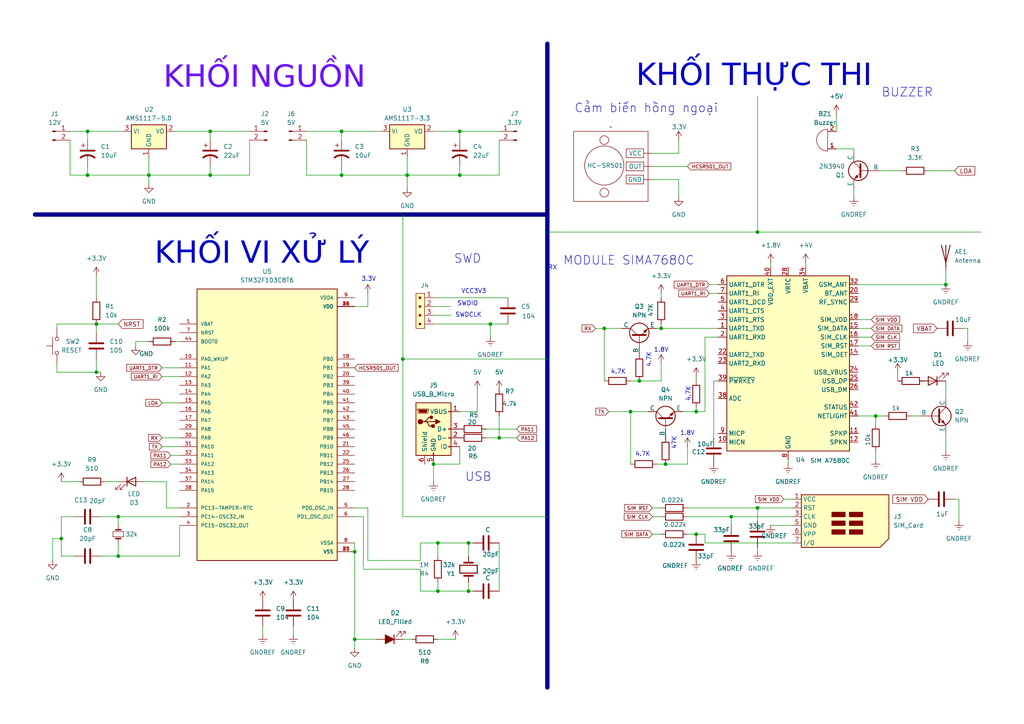
<source format=kicad_sch>
(kicad_sch (version 20231120) (generator "eeschema") (generator_version "8.0")
  (paper "A4")
  (title_block (title "Hệ thống chống trộm") (date "2024-12-09") (comment 1 "Approved by: Lưu Thị Hoài Phương") (comment 2 "Checked by: Tô Kì Anh") (comment 3 "Design by:Nguyễn Lê Hoàng Phúc"))
  (lib_symbols
    (symbol "Connector:Conn_01x02_Pin" (pin_names (offset 1.016) hide)
      (property "Reference" "J" (at 0 2.54 0))
      (property "Value" "Conn_01x02_Pin" (at 0 -5.08 0))
      (symbol "Conn_01x02_Pin_1_1"
        (pin passive line (at 5.08 0 180) (length 3.81) (name "Pin_1") (number "1"))
        (pin passive line (at 5.08 -2.54 180) (length 3.81) (name "Pin_2") (number "2"))
      )
    )
    (symbol "Connector:SIM_Card"
      (property "Reference" "J" (at -2.54 12.7 0))
      (property "Value" "SIM_Card" (at -1.27 10.16 0))
      (symbol "SIM_Card_1_1"
        (pin power_in line (at -12.7 7.62 0) (length 2.54) (name "VCC") (number "1"))
        (pin input line (at -12.7 5.08 0) (length 2.54) (name "RST") (number "2"))
        (pin input line (at -12.7 2.54 0) (length 2.54) (name "CLK") (number "3"))
        (pin power_in line (at -12.7 0 0) (length 2.54) (name "GND") (number "5"))
        (pin input line (at -12.7 -2.54 0) (length 2.54) (name "VPP") (number "6"))
        (pin bidirectional line (at -12.7 -5.08 0) (length 2.54) (name "I/O") (number "7"))
      )
    )
    (symbol "Connector:USB_B_Micro" (pin_names (offset 1.016))
      (property "Reference" "J" (at -5.08 11.43 0))
      (property "Value" "USB_B_Micro" (at -5.08 8.89 0))
      (symbol "USB_B_Micro_1_1"
        (pin power_out line (at 7.62 5.08 180) (length 2.54) (name "VBUS") (number "1"))
        (pin bidirectional line (at 7.62 -2.54 180) (length 2.54) (name "D-") (number "2"))
        (pin bidirectional line (at 7.62 0 180) (length 2.54) (name "D+") (number "3"))
        (pin passive line (at 7.62 -5.08 180) (length 2.54) (name "ID") (number "4"))
        (pin power_out line (at 0 -10.16 90) (length 2.54) (name "GND") (number "5"))
        (pin passive line (at -2.54 -10.16 90) (length 2.54) (name "Shield") (number "6"))
      )
    )
    (symbol "Device:Antenna" (pin_numbers hide) (pin_names (offset 1.016) hide)
      (property "Reference" "AE" (at -1.905 1.905 0))
      (property "Value" "Antenna" (at -1.905 0 0))
      (symbol "Antenna_1_1"
        (pin input line (at 0 -5.08 90) (length 2.54) (name "A") (number "1"))
      )
    )
    (symbol "Device:Buzzer" (pin_names (offset 0.0254) hide)
      (property "Reference" "BZ" (at 3.81 1.27 0))
      (property "Value" "Buzzer" (at 3.81 -1.27 0))
      (symbol "Buzzer_1_1"
        (pin passive line (at -2.54 2.54 0) (length 2.54) (name "+") (number "1"))
        (pin passive line (at -2.54 -2.54 0) (length 2.54) (name "-") (number "2"))
      )
    )
    (symbol "Device:C" (pin_numbers hide) (pin_names (offset 0.254))
      (property "Reference" "C" (at 0.635 2.54 0))
      (property "Value" "C" (at 0.635 -2.54 0))
      (symbol "C_1_1"
        (pin passive line (at 0 3.81 270) (length 2.794) (name "~") (number "1"))
        (pin passive line (at 0 -3.81 90) (length 2.794) (name "~") (number "2"))
      )
    )
    (symbol "Device:C_Polarized_US" (pin_numbers hide) (pin_names (offset 0.254) hide)
      (property "Reference" "C" (at 0.635 2.54 0))
      (property "Value" "C_Polarized_US" (at 0.635 -2.54 0))
      (symbol "C_Polarized_US_1_1"
        (pin passive line (at 0 3.81 270) (length 2.794) (name "~") (number "1"))
        (pin passive line (at 0 -3.81 90) (length 3.302) (name "~") (number "2"))
      )
    )
    (symbol "Device:Crystal" (pin_numbers hide) (pin_names (offset 1.016) hide)
      (property "Reference" "Y" (at 0 3.81 0))
      (property "Value" "Crystal" (at 0 -3.81 0))
      (symbol "Crystal_1_1"
        (pin passive line (at -3.81 0 0) (length 1.27) (name "1") (number "1"))
        (pin passive line (at 3.81 0 180) (length 1.27) (name "2") (number "2"))
      )
    )
    (symbol "Device:Crystal_Small" (pin_numbers hide) (pin_names (offset 1.016) hide)
      (property "Reference" "Y" (at 0 2.54 0))
      (property "Value" "Crystal_Small" (at 0 -2.54 0))
      (symbol "Crystal_Small_1_1"
        (pin passive line (at -2.54 0 0) (length 1.27) (name "1") (number "1"))
        (pin passive line (at 2.54 0 180) (length 1.27) (name "2") (number "2"))
      )
    )
    (symbol "Device:LED" (pin_numbers hide) (pin_names (offset 1.016) hide)
      (property "Reference" "D" (at 0 2.54 0))
      (property "Value" "LED" (at 0 -2.54 0))
      (symbol "LED_1_1"
        (pin passive line (at -3.81 0 0) (length 2.54) (name "K") (number "1"))
        (pin passive line (at 3.81 0 180) (length 2.54) (name "A") (number "2"))
      )
    )
    (symbol "Device:LED_Filled" (pin_numbers hide) (pin_names (offset 1.016) hide)
      (property "Reference" "D" (at 0 2.54 0))
      (property "Value" "LED_Filled" (at 0 -2.54 0))
      (symbol "LED_Filled_1_1"
        (pin passive line (at -3.81 0 0) (length 2.54) (name "K") (number "1"))
        (pin passive line (at 3.81 0 180) (length 2.54) (name "A") (number "2"))
      )
    )
    (symbol "Device:R" (pin_numbers hide) (pin_names (offset 0))
      (property "Reference" "R" (at 2.032 0 90))
      (property "Value" "R" (at 0 0 90))
      (symbol "R_1_1"
        (pin passive line (at 0 3.81 270) (length 1.27) (name "~") (number "1"))
        (pin passive line (at 0 -3.81 90) (length 1.27) (name "~") (number "2"))
      )
    )
    (symbol "HC-SR501_1"
      (property "Reference" "HC-SR501" (at -12.7 -10.16 0))
      (symbol "HC-SR501_1_1_1"
        (pin passive line (at 1.27 -13.97 180) (length 2.54) (name "GND") (number ""))
        (pin passive line (at 1.27 -10.16 180) (length 2.54) (name "OUT") (number ""))
        (pin passive line (at 1.27 -6.35 180) (length 2.54) (name "VCC") (number ""))
      )
    )
    (symbol "RF_GSM:SIM800C"
      (property "Reference" "U" (at -15.24 26.67 0))
      (property "Value" "SIM800C" (at 12.7 26.67 0))
      (symbol "SIM800C_1_1"
        (pin output line (at -20.32 10.16 0) (length 2.54) (name "UART1_TXD") (number "1"))
        (pin input line (at -20.32 -22.86 0) (length 2.54) (name "MICN") (number "10"))
        (pin output line (at 20.32 -20.32 180) (length 2.54) (name "SPKP") (number "11"))
        (pin output line (at 20.32 -22.86 180) (length 2.54) (name "SPKN") (number "12"))
        (pin passive line (at 0 -27.94 90) (length 2.54) hide (name "GND") (number "13"))
        (pin input line (at 20.32 2.54 180) (length 2.54) (name "SIM_DET") (number "14"))
        (pin bidirectional line (at 20.32 10.16 180) (length 2.54) (name "SIM_DATA") (number "15"))
        (pin output line (at 20.32 7.62 180) (length 2.54) (name "SIM_CLK") (number "16"))
        (pin output line (at 20.32 5.08 180) (length 2.54) (name "SIM_RST") (number "17"))
        (pin power_out line (at 20.32 12.7 180) (length 2.54) (name "SIM_VDD") (number "18"))
        (pin passive line (at 0 -27.94 90) (length 2.54) hide (name "GND") (number "19"))
        (pin input line (at -20.32 7.62 0) (length 2.54) (name "UART1_RXD") (number "2"))
        (pin passive line (at 20.32 20.32 180) (length 2.54) (name "BT_ANT") (number "20"))
        (pin passive line (at 0 -27.94 90) (length 2.54) hide (name "GND") (number "21"))
        (pin output line (at -20.32 2.54 0) (length 2.54) (name "UART2_TXD") (number "22"))
        (pin input line (at -20.32 0 0) (length 2.54) (name "UART2_RXD") (number "23"))
        (pin input line (at 20.32 -2.54 180) (length 2.54) (name "USB_VBUS") (number "24"))
        (pin bidirectional line (at 20.32 -5.08 180) (length 2.54) (name "USB_DP") (number "25"))
        (pin bidirectional line (at 20.32 -7.62 180) (length 2.54) (name "USB_DM") (number "26"))
        (pin passive line (at 0 -27.94 90) (length 2.54) hide (name "GND") (number "27"))
        (pin power_in line (at 0 27.94 270) (length 2.54) (name "VRTC") (number "28"))
        (pin output line (at 20.32 17.78 180) (length 2.54) (name "RF_SYNC") (number "29"))
        (pin input line (at -20.32 12.7 0) (length 2.54) (name "UART1_RTS") (number "3"))
        (pin passive line (at 0 -27.94 90) (length 2.54) hide (name "GND") (number "30"))
        (pin passive line (at 0 -27.94 90) (length 2.54) hide (name "GND") (number "31"))
        (pin passive line (at 20.32 22.86 180) (length 2.54) (name "GSM_ANT") (number "32"))
        (pin passive line (at 0 -27.94 90) (length 2.54) hide (name "GND") (number "33"))
        (pin power_in line (at 5.08 27.94 270) (length 2.54) (name "VBAT") (number "34"))
        (pin passive line (at 5.08 27.94 270) (length 2.54) hide (name "VBAT") (number "35"))
        (pin passive line (at 0 -27.94 90) (length 2.54) hide (name "GND") (number "36"))
        (pin passive line (at 0 -27.94 90) (length 2.54) hide (name "GND") (number "37"))
        (pin input line (at -20.32 -10.16 0) (length 2.54) (name "ADC") (number "38"))
        (pin input line (at -20.32 -5.08 0) (length 2.54) (name "~{PWRKEY}") (number "39"))
        (pin output line (at -20.32 15.24 0) (length 2.54) (name "UART1_CTS") (number "4"))
        (pin power_out line (at -5.08 27.94 270) (length 2.54) (name "VDD_EXT") (number "40"))
        (pin output line (at 20.32 -15.24 180) (length 2.54) (name "NETLIGHT") (number "41"))
        (pin output line (at 20.32 -12.7 180) (length 2.54) (name "STATUS") (number "42"))
        (pin output line (at -20.32 17.78 0) (length 2.54) (name "UART1_DCD") (number "5"))
        (pin input line (at -20.32 22.86 0) (length 2.54) (name "UART1_DTR") (number "6"))
        (pin output line (at -20.32 20.32 0) (length 2.54) (name "UART1_RI") (number "7"))
        (pin power_in line (at 0 -27.94 90) (length 2.54) (name "GND") (number "8"))
        (pin input line (at -20.32 -20.32 0) (length 2.54) (name "MICP") (number "9"))
      )
    )
    (symbol "Regulator_Linear:AMS1117-3.3"
      (property "Reference" "U" (at -3.81 3.175 0))
      (property "Value" "AMS1117-3.3" (at 0 3.175 0))
      (symbol "AMS1117-3.3_1_1"
        (pin power_in line (at 0 -7.62 90) (length 2.54) (name "GND") (number "1"))
        (pin power_out line (at 7.62 0 180) (length 2.54) (name "VO") (number "2"))
        (pin power_in line (at -7.62 0 0) (length 2.54) (name "VI") (number "3"))
      )
    )
    (symbol "Regulator_Linear:AMS1117-5.0"
      (property "Reference" "U" (at -3.81 3.175 0))
      (property "Value" "AMS1117-5.0" (at 0 3.175 0))
      (symbol "AMS1117-5.0_1_1"
        (pin power_in line (at 0 -7.62 90) (length 2.54) (name "GND") (number "1"))
        (pin power_out line (at 7.62 0 180) (length 2.54) (name "VO") (number "2"))
        (pin power_in line (at -7.62 0 0) (length 2.54) (name "VI") (number "3"))
      )
    )
    (symbol "STM32F103C8T6:STM32F103C8T6" (pin_names (offset 1.016))
      (property "Reference" "U" (at -20.32 41.275 0))
      (property "Value" "STM32F103C8T6" (at -20.32 -40.64 0))
      (symbol "STM32F103C8T6_0_0"
        (pin bidirectional line (at -25.4 30.48 0) (length 5.08) (name "VBAT") (number "1"))
        (pin bidirectional line (at -25.4 20.32 0) (length 5.08) (name "PA0_WKUP") (number "10"))
        (pin bidirectional line (at -25.4 17.78 0) (length 5.08) (name "PA1") (number "11"))
        (pin bidirectional line (at -25.4 15.24 0) (length 5.08) (name "PA2") (number "12"))
        (pin bidirectional line (at -25.4 12.7 0) (length 5.08) (name "PA3") (number "13"))
        (pin bidirectional line (at -25.4 10.16 0) (length 5.08) (name "PA4") (number "14"))
        (pin bidirectional line (at -25.4 7.62 0) (length 5.08) (name "PA5") (number "15"))
        (pin bidirectional line (at -25.4 5.08 0) (length 5.08) (name "PA6") (number "16"))
        (pin bidirectional line (at -25.4 2.54 0) (length 5.08) (name "PA7") (number "17"))
        (pin bidirectional line (at 25.4 20.32 180) (length 5.08) (name "PB0") (number "18"))
        (pin bidirectional line (at 25.4 17.78 180) (length 5.08) (name "PB1") (number "19"))
        (pin bidirectional line (at -25.4 -22.86 0) (length 5.08) (name "PC13-TAMPER-RTC") (number "2"))
        (pin bidirectional line (at 25.4 15.24 180) (length 5.08) (name "PB2") (number "20"))
        (pin bidirectional line (at 25.4 -5.08 180) (length 5.08) (name "PB10") (number "21"))
        (pin bidirectional line (at 25.4 -7.62 180) (length 5.08) (name "PB11") (number "22"))
        (pin power_in line (at 25.4 -35.56 180) (length 5.08) (name "VSS") (number "23"))
        (pin power_in line (at 25.4 35.56 180) (length 5.08) (name "VDD") (number "24"))
        (pin bidirectional line (at 25.4 -10.16 180) (length 5.08) (name "PB12") (number "25"))
        (pin bidirectional line (at 25.4 -12.7 180) (length 5.08) (name "PB13") (number "26"))
        (pin bidirectional line (at 25.4 -15.24 180) (length 5.08) (name "PB14") (number "27"))
        (pin bidirectional line (at 25.4 -17.78 180) (length 5.08) (name "PB15") (number "28"))
        (pin bidirectional line (at -25.4 0 0) (length 5.08) (name "PA8") (number "29"))
        (pin bidirectional line (at -25.4 -25.4 0) (length 5.08) (name "PC14-OSC32_IN") (number "3"))
        (pin bidirectional line (at -25.4 -2.54 0) (length 5.08) (name "PA9") (number "30"))
        (pin bidirectional line (at -25.4 -5.08 0) (length 5.08) (name "PA10") (number "31"))
        (pin bidirectional line (at -25.4 -7.62 0) (length 5.08) (name "PA11") (number "32"))
        (pin bidirectional line (at -25.4 -10.16 0) (length 5.08) (name "PA12") (number "33"))
        (pin bidirectional line (at -25.4 -12.7 0) (length 5.08) (name "PA13") (number "34"))
        (pin power_in line (at 25.4 -35.56 180) (length 5.08) (name "VSS") (number "35"))
        (pin power_in line (at 25.4 35.56 180) (length 5.08) (name "VDD") (number "36"))
        (pin bidirectional line (at -25.4 -15.24 0) (length 5.08) (name "PA14") (number "37"))
        (pin bidirectional line (at -25.4 -17.78 0) (length 5.08) (name "PA15") (number "38"))
        (pin bidirectional line (at 25.4 12.7 180) (length 5.08) (name "PB3") (number "39"))
        (pin bidirectional line (at -25.4 -27.94 0) (length 5.08) (name "PC15-OSC32_OUT") (number "4"))
        (pin bidirectional line (at 25.4 10.16 180) (length 5.08) (name "PB4") (number "40"))
        (pin bidirectional line (at 25.4 7.62 180) (length 5.08) (name "PB5") (number "41"))
        (pin bidirectional line (at 25.4 5.08 180) (length 5.08) (name "PB6") (number "42"))
        (pin bidirectional line (at 25.4 2.54 180) (length 5.08) (name "PB7") (number "43"))
        (pin input line (at -25.4 25.4 0) (length 5.08) (name "BOOT0") (number "44"))
        (pin bidirectional line (at 25.4 0 180) (length 5.08) (name "PB8") (number "45"))
        (pin bidirectional line (at 25.4 -2.54 180) (length 5.08) (name "PB9") (number "46"))
        (pin power_in line (at 25.4 -35.56 180) (length 5.08) (name "VSS") (number "47"))
        (pin power_in line (at 25.4 35.56 180) (length 5.08) (name "VDD") (number "48"))
        (pin bidirectional line (at 25.4 -22.86 180) (length 5.08) (name "PD0_OSC_IN") (number "5"))
        (pin bidirectional line (at 25.4 -25.4 180) (length 5.08) (name "PD1_OSC_OUT") (number "6"))
        (pin input line (at -25.4 27.94 0) (length 5.08) (name "NRST") (number "7"))
        (pin power_in line (at 25.4 -33.02 180) (length 5.08) (name "VSSA") (number "8"))
        (pin power_in line (at 25.4 38.1 180) (length 5.08) (name "VDDA") (number "9"))
      )
    )
    (symbol "Simulation_SPICE:NPN" (pin_numbers hide) (pin_names (offset 0))
      (property "Reference" "Q" (at -2.54 7.62 0))
      (property "Value" "NPN" (at -2.54 5.08 0))
      (symbol "NPN_1_1"
        (pin open_collector line (at 2.54 5.08 270) (length 2.54) (name "C") (number "1"))
        (pin input line (at -5.08 0 0) (length 2.54) (name "B") (number "2"))
        (pin open_emitter line (at 2.54 -5.08 90) (length 2.54) (name "E") (number "3"))
      )
    )
    (symbol "Switch:SW_Push" (pin_numbers hide) (pin_names (offset 1.016) hide)
      (property "Reference" "SW" (at 1.27 2.54 0))
      (property "Value" "SW_Push" (at 0 -1.524 0))
      (symbol "SW_Push_0_1"
        (pin passive line (at -5.08 0 0) (length 2.54) (name "1") (number "1"))
        (pin passive line (at 5.08 0 180) (length 2.54) (name "2") (number "2"))
      )
    )
    (symbol "dk_Rectangular-Connectors-Headers-Male-Pins:B4B-PH-K-S_LF__SN_" (pin_names (offset 1.016))
      (property "Reference" "J" (at -2.54 -1.27 0))
      (property "Value" "B4B-PH-K-S_LF__SN_" (at 3.81 -3.81 0))
      (symbol "B4B-PH-K-S_LF__SN__1_1"
        (pin passive line (at 0 2.54 270) (length 2.54) (name "~") (number "1"))
        (pin passive line (at 2.54 2.54 270) (length 2.54) (name "~") (number "2"))
        (pin passive line (at 5.08 2.54 270) (length 2.54) (name "~") (number "3"))
        (pin passive line (at 7.62 2.54 270) (length 2.54) (name "~") (number "4"))
      )
    )
    (symbol "power:+3.3V" (power) (pin_numbers hide) (pin_names (offset 0) hide)
      (property "Value" "+3.3V" (at 0 3.556 0))
      (symbol "+3.3V_1_1"
        (pin power_in line (at 0 0 90) (length 0) (name "~") (number "1"))
      )
    )
    (symbol "power:+5V" (power) (pin_numbers hide) (pin_names (offset 0) hide)
      (property "Value" "+5V" (at 0 3.556 0))
      (symbol "+5V_1_1"
        (pin power_in line (at 0 0 90) (length 0) (name "~") (number "1"))
      )
    )
    (symbol "power:GND" (power) (pin_numbers hide) (pin_names (offset 0) hide)
      (property "Value" "GND" (at 0 -3.81 0))
      (symbol "GND_1_1"
        (pin power_in line (at 0 0 270) (length 0) (name "~") (number "1"))
      )
    )
    (symbol "power:GNDREF" (power) (pin_numbers hide) (pin_names (offset 0) hide)
      (property "Value" "GNDREF" (at 0 -3.81 0))
      (symbol "GNDREF_1_1"
        (pin power_in line (at 0 0 270) (length 0) (name "~") (number "1"))
      )
    )
    (symbol "power:VCC" (power) (pin_numbers hide) (pin_names (offset 0) hide)
      (property "Value" "VCC" (at 0 3.556 0))
      (symbol "VCC_1_1"
        (pin power_in line (at 0 0 90) (length 0) (name "~") (number "1"))
      )
    )
  )
  (junction (at 17.78 156.21))
  (junction (at 43.18 50.8))
  (junction (at 99.06 50.8))
  (junction (at 127 157.48))
  (junction (at 182.88 119.38))
  (junction (at 25.4 38.1))
  (junction (at 219.71 147.32))
  (junction (at 102.87 160.02))
  (junction (at 99.06 38.1))
  (junction (at 142.24 93.98))
  (junction (at 60.96 38.1))
  (junction (at 116.84 104.14))
  (junction (at 102.87 185.42))
  (junction (at 133.35 50.8))
  (junction (at 135.89 171.45))
  (junction (at 127 171.45))
  (junction (at 254 120.65))
  (junction (at 185.42 110.49))
  (junction (at 34.29 161.29))
  (junction (at 144.78 127))
  (junction (at 219.71 67.31))
  (junction (at 27.94 93.98))
  (junction (at 158.75 62.23))
  (junction (at 34.29 149.86))
  (junction (at 60.96 50.8))
  (junction (at 175.26 95.25))
  (junction (at 201.93 119.38))
  (junction (at 201.93 154.94))
  (junction (at 135.89 157.48))
  (junction (at 193.04 134.62))
  (junction (at 27.94 107.95))
  (junction (at 25.4 50.8))
  (junction (at 125.73 134.62))
  (junction (at 212.09 149.86))
  (junction (at 191.77 95.25))
  (junction (at 274.32 82.55))
  (junction (at 133.35 38.1))
  (junction (at 118.11 50.8))
  (wire (pts (xy 25.4 48.26) (xy 25.4 50.8)))
  (wire (pts (xy 133.35 50.8) (xy 133.35 48.26)))
  (wire (pts (xy 118.11 50.8) (xy 133.35 50.8)))
  (wire (pts (xy 248.92 92.71) (xy 252.73 92.71)))
  (wire (pts (xy 39.37 99.06) (xy 43.18 99.06)))
  (bus (pts (xy 158.75 62.23) (xy 158.75 199.39)) (stroke (width 1.27)))
  (wire (pts (xy 48.26 147.32) (xy 52.07 147.32)))
  (wire (pts (xy 142.24 93.98) (xy 147.32 93.98)))
  (wire (pts (xy 106.68 162.56) (xy 121.92 162.56)))
  (wire (pts (xy 137.16 171.45) (xy 135.89 171.45)))
  (wire (pts (xy 17.78 149.86) (xy 21.59 149.86)))
  (wire (pts (xy 125.73 86.36) (xy 147.32 86.36)))
  (wire (pts (xy 133.35 40.64) (xy 133.35 38.1)))
  (wire (pts (xy 199.39 154.94) (xy 201.93 154.94)))
  (wire (pts (xy 185.42 110.49) (xy 191.77 110.49)))
  (wire (pts (xy 219.71 147.32) (xy 219.71 151.13)))
  (wire (pts (xy 34.29 157.48) (xy 34.29 161.29)))
  (wire (pts (xy 17.78 139.7) (xy 22.86 139.7)))
  (wire (pts (xy 116.84 104.14) (xy 116.84 149.86)))
  (wire (pts (xy 227.33 144.78) (xy 229.87 144.78)))
  (wire (pts (xy 172.72 95.25) (xy 175.26 95.25)))
  (wire (pts (xy 199.39 129.54) (xy 199.39 134.62)))
  (wire (pts (xy 50.8 38.1) (xy 60.96 38.1)))
  (wire (pts (xy 266.7 110.49) (xy 267.97 110.49)))
  (wire (pts (xy 27.94 104.14) (xy 27.94 107.95)))
  (wire (pts (xy 116.84 62.23) (xy 116.84 104.14)))
  (wire (pts (xy 27.94 93.98) (xy 16.51 93.98)))
  (wire (pts (xy 158.75 67.31) (xy 219.71 67.31)))
  (wire (pts (xy 133.35 119.38) (xy 138.43 119.38)))
  (wire (pts (xy 254 120.65) (xy 256.54 120.65)))
  (wire (pts (xy 105.41 165.1) (xy 121.92 165.1)))
  (wire (pts (xy 175.26 95.25) (xy 180.34 95.25)))
  (wire (pts (xy 46.99 106.68) (xy 52.07 106.68)))
  (wire (pts (xy 60.96 50.8) (xy 60.96 48.26)))
  (wire (pts (xy 46.99 109.22) (xy 52.07 109.22)))
  (wire (pts (xy 274.32 82.55) (xy 274.32 78.74)))
  (wire (pts (xy 204.47 157.48) (xy 229.87 157.48)))
  (wire (pts (xy 228.6 133.35) (xy 228.6 134.62)))
  (wire (pts (xy 219.71 27.94) (xy 219.71 67.31)))
  (wire (pts (xy 247.65 54.61) (xy 247.65 57.15)))
  (wire (pts (xy 25.4 38.1) (xy 35.56 38.1)))
  (wire (pts (xy 25.4 38.1) (xy 25.4 40.64)))
  (wire (pts (xy 207.01 110.49) (xy 207.01 127)))
  (wire (pts (xy 15.24 156.21) (xy 17.78 156.21)))
  (wire (pts (xy 105.41 149.86) (xy 102.87 149.86)))
  (wire (pts (xy 34.29 149.86) (xy 34.29 152.4)))
  (wire (pts (xy 99.06 38.1) (xy 99.06 40.64)))
  (wire (pts (xy 189.23 52.07) (xy 196.85 52.07)))
  (wire (pts (xy 190.5 134.62) (xy 193.04 134.62)))
  (wire (pts (xy 27.94 80.01) (xy 27.94 86.36)))
  (wire (pts (xy 189.23 44.45) (xy 196.85 44.45)))
  (wire (pts (xy 16.51 105.41) (xy 16.51 107.95)))
  (wire (pts (xy 248.92 100.33) (xy 252.73 100.33)))
  (wire (pts (xy 201.93 154.94) (xy 204.47 154.94)))
  (wire (pts (xy 190.5 95.25) (xy 191.77 95.25)))
  (wire (pts (xy 105.41 165.1) (xy 105.41 149.86)))
  (wire (pts (xy 88.9 40.64) (xy 88.9 50.8)))
  (wire (pts (xy 39.37 100.33) (xy 39.37 99.06)))
  (wire (pts (xy 17.78 149.86) (xy 17.78 156.21)))
  (wire (pts (xy 99.06 50.8) (xy 118.11 50.8)))
  (wire (pts (xy 264.16 120.65) (xy 266.7 120.65)))
  (wire (pts (xy 125.73 91.44) (xy 130.81 91.44)))
  (wire (pts (xy 205.74 85.09) (xy 208.28 85.09)))
  (wire (pts (xy 196.85 52.07) (xy 196.85 57.15)))
  (wire (pts (xy 254 130.81) (xy 254 133.35)))
  (wire (pts (xy 118.11 50.8) (xy 118.11 54.61)))
  (wire (pts (xy 191.77 85.09) (xy 191.77 86.36)))
  (wire (pts (xy 15.24 156.21) (xy 15.24 162.56)))
  (bus (pts (xy 10.16 62.23) (xy 158.75 62.23)) (stroke (width 1.27)))
  (wire (pts (xy 242.57 33.02) (xy 242.57 38.1)))
  (wire (pts (xy 43.18 50.8) (xy 43.18 53.34)))
  (wire (pts (xy 135.89 171.45) (xy 135.89 168.91)))
  (wire (pts (xy 189.23 48.26) (xy 199.39 48.26)))
  (wire (pts (xy 199.39 147.32) (xy 219.71 147.32)))
  (wire (pts (xy 274.32 110.49) (xy 274.32 115.57)))
  (wire (pts (xy 193.04 134.62) (xy 199.39 134.62)))
  (wire (pts (xy 119.38 185.42) (xy 116.84 185.42)))
  (wire (pts (xy 242.57 43.18) (xy 247.65 43.18)))
  (wire (pts (xy 142.24 93.98) (xy 142.24 97.79)))
  (wire (pts (xy 199.39 149.86) (xy 212.09 149.86)))
  (wire (pts (xy 182.88 119.38) (xy 182.88 134.62)))
  (wire (pts (xy 133.35 129.54) (xy 133.35 134.62)))
  (wire (pts (xy 212.09 149.86) (xy 212.09 152.4)))
  (wire (pts (xy 48.26 139.7) (xy 48.26 147.32)))
  (wire (pts (xy 233.68 76.2) (xy 233.68 77.47)))
  (wire (pts (xy 34.29 161.29) (xy 52.07 161.29)))
  (wire (pts (xy 46.99 129.54) (xy 52.07 129.54)))
  (wire (pts (xy 34.29 149.86) (xy 52.07 149.86)))
  (wire (pts (xy 144.78 40.64) (xy 144.78 50.8)))
  (wire (pts (xy 125.73 134.62) (xy 133.35 134.62)))
  (wire (pts (xy 125.73 38.1) (xy 133.35 38.1)))
  (wire (pts (xy 49.53 132.08) (xy 52.07 132.08)))
  (wire (pts (xy 189.23 149.86) (xy 191.77 149.86)))
  (wire (pts (xy 121.92 171.45) (xy 121.92 165.1)))
  (wire (pts (xy 175.26 95.25) (xy 175.26 110.49)))
  (wire (pts (xy 219.71 67.31) (xy 284.48 67.31)))
  (bus (pts (xy 158.75 12.7) (xy 158.75 62.23)) (stroke (width 1.27)))
  (wire (pts (xy 260.35 107.95) (xy 260.35 110.49)))
  (wire (pts (xy 43.18 50.8) (xy 60.96 50.8)))
  (wire (pts (xy 121.92 157.48) (xy 127 157.48)))
  (wire (pts (xy 118.11 45.72) (xy 118.11 50.8)))
  (wire (pts (xy 191.77 105.41) (xy 191.77 110.49)))
  (wire (pts (xy 88.9 50.8) (xy 99.06 50.8)))
  (wire (pts (xy 60.96 38.1) (xy 72.39 38.1)))
  (wire (pts (xy 198.12 119.38) (xy 201.93 119.38)))
  (wire (pts (xy 182.88 110.49) (xy 185.42 110.49)))
  (wire (pts (xy 248.92 120.65) (xy 254 120.65)))
  (wire (pts (xy 204.47 154.94) (xy 204.47 157.48)))
  (wire (pts (xy 20.32 40.64) (xy 20.32 50.8)))
  (wire (pts (xy 27.94 93.98) (xy 34.29 93.98)))
  (wire (pts (xy 27.94 107.95) (xy 29.21 107.95)))
  (wire (pts (xy 207.01 110.49) (xy 208.28 110.49)))
  (wire (pts (xy 106.68 147.32) (xy 102.87 147.32)))
  (wire (pts (xy 274.32 125.73) (xy 274.32 130.81)))
  (wire (pts (xy 196.85 40.64) (xy 196.85 44.45)))
  (wire (pts (xy 41.91 139.7) (xy 48.26 139.7)))
  (wire (pts (xy 121.92 171.45) (xy 127 171.45)))
  (wire (pts (xy 140.97 124.46) (xy 149.86 124.46)))
  (wire (pts (xy 255.27 49.53) (xy 261.62 49.53)))
  (wire (pts (xy 140.97 127) (xy 144.78 127)))
  (wire (pts (xy 29.21 161.29) (xy 34.29 161.29)))
  (wire (pts (xy 201.93 118.11) (xy 201.93 119.38)))
  (wire (pts (xy 102.87 187.96) (xy 102.87 185.42)))
  (wire (pts (xy 106.68 162.56) (xy 106.68 147.32)))
  (wire (pts (xy 204.47 97.79) (xy 208.28 97.79)))
  (wire (pts (xy 189.23 147.32) (xy 191.77 147.32)))
  (wire (pts (xy 125.73 134.62) (xy 125.73 139.7)))
  (wire (pts (xy 16.51 93.98) (xy 16.51 95.25)))
  (wire (pts (xy 138.43 113.03) (xy 138.43 119.38)))
  (wire (pts (xy 17.78 161.29) (xy 21.59 161.29)))
  (wire (pts (xy 125.73 88.9) (xy 130.81 88.9)))
  (wire (pts (xy 144.78 171.45) (xy 144.78 157.48)))
  (wire (pts (xy 29.21 149.86) (xy 34.29 149.86)))
  (wire (pts (xy 144.78 120.65) (xy 144.78 127)))
  (wire (pts (xy 49.53 134.62) (xy 52.07 134.62)))
  (wire (pts (xy 85.09 184.15) (xy 85.09 181.61)))
  (wire (pts (xy 116.84 104.14) (xy 158.75 104.14)))
  (wire (pts (xy 17.78 156.21) (xy 17.78 161.29)))
  (wire (pts (xy 254 123.19) (xy 254 120.65)))
  (wire (pts (xy 46.99 116.84) (xy 52.07 116.84)))
  (wire (pts (xy 144.78 127) (xy 149.86 127)))
  (wire (pts (xy 276.86 144.78) (xy 278.13 144.78)))
  (wire (pts (xy 99.06 38.1) (xy 110.49 38.1)))
  (wire (pts (xy 248.92 82.55) (xy 274.32 82.55)))
  (wire (pts (xy 25.4 50.8) (xy 43.18 50.8)))
  (wire (pts (xy 135.89 157.48) (xy 127 157.48)))
  (wire (pts (xy 191.77 95.25) (xy 208.28 95.25)))
  (wire (pts (xy 88.9 38.1) (xy 99.06 38.1)))
  (wire (pts (xy 72.39 50.8) (xy 60.96 50.8)))
  (wire (pts (xy 137.16 157.48) (xy 135.89 157.48)))
  (wire (pts (xy 76.2 184.15) (xy 76.2 181.61)))
  (wire (pts (xy 187.96 119.38) (xy 182.88 119.38)))
  (wire (pts (xy 205.74 82.55) (xy 208.28 82.55)))
  (wire (pts (xy 102.87 88.9) (xy 106.68 88.9)))
  (wire (pts (xy 125.73 93.98) (xy 142.24 93.98)))
  (wire (pts (xy 248.92 97.79) (xy 252.73 97.79)))
  (wire (pts (xy 106.68 88.9) (xy 106.68 85.09)))
  (wire (pts (xy 102.87 160.02) (xy 102.87 185.42)))
  (wire (pts (xy 127 161.29) (xy 127 157.48)))
  (wire (pts (xy 133.35 38.1) (xy 144.78 38.1)))
  (wire (pts (xy 279.4 95.25) (xy 280.67 95.25)))
  (wire (pts (xy 132.08 185.42) (xy 127 185.42)))
  (wire (pts (xy 121.92 157.48) (xy 121.92 162.56)))
  (wire (pts (xy 27.94 93.98) (xy 27.94 96.52)))
  (wire (pts (xy 212.09 149.86) (xy 229.87 149.86)))
  (wire (pts (xy 20.32 38.1) (xy 25.4 38.1)))
  (wire (pts (xy 201.93 119.38) (xy 204.47 119.38)))
  (wire (pts (xy 127 171.45) (xy 127 168.91)))
  (wire (pts (xy 46.99 127) (xy 52.07 127)))
  (wire (pts (xy 144.78 50.8) (xy 133.35 50.8)))
  (wire (pts (xy 219.71 147.32) (xy 229.87 147.32)))
  (wire (pts (xy 201.93 109.22) (xy 201.93 110.49)))
  (wire (pts (xy 269.24 49.53) (xy 276.86 49.53)))
  (wire (pts (xy 135.89 157.48) (xy 135.89 161.29)))
  (wire (pts (xy 99.06 50.8) (xy 99.06 48.26)))
  (wire (pts (xy 30.48 139.7) (xy 34.29 139.7)))
  (wire (pts (xy 20.32 50.8) (xy 25.4 50.8)))
  (wire (pts (xy 176.53 119.38) (xy 182.88 119.38)))
  (wire (pts (xy 72.39 40.64) (xy 72.39 50.8)))
  (wire (pts (xy 116.84 149.86) (xy 158.75 149.86)))
  (wire (pts (xy 16.51 107.95) (xy 27.94 107.95)))
  (wire (pts (xy 219.71 158.75) (xy 219.71 160.02)))
  (wire (pts (xy 50.8 99.06) (xy 52.07 99.06)))
  (wire (pts (xy 204.47 97.79) (xy 204.47 119.38)))
  (wire (pts (xy 52.07 152.4) (xy 52.07 161.29)))
  (wire (pts (xy 109.22 185.42) (xy 102.87 185.42)))
  (wire (pts (xy 280.67 95.25) (xy 280.67 99.06)))
  (wire (pts (xy 191.77 93.98) (xy 191.77 95.25)))
  (wire (pts (xy 189.23 154.94) (xy 191.77 154.94)))
  (wire (pts (xy 248.92 95.25) (xy 252.73 95.25)))
  (wire (pts (xy 102.87 157.48) (xy 102.87 160.02)))
  (wire (pts (xy 43.18 45.72) (xy 43.18 50.8)))
  (wire (pts (xy 60.96 40.64) (xy 60.96 38.1)))
  (wire (pts (xy 223.52 76.2) (xy 223.52 77.47)))
  (wire (pts (xy 278.13 144.78) (xy 278.13 151.13)))
  (wire (pts (xy 223.52 152.4) (xy 229.87 152.4)))
  (wire (pts (xy 135.89 171.45) (xy 127 171.45)))
  (wire (pts (xy 247.65 43.18) (xy 247.65 44.45)))
  (text "SWD" (at 135.636 75.184 0) (effects (font (size 2.54 2.54))))
  (text "RX\n" (at 160.274 77.724 0) (effects (font (size 1.27 1.27))))
  (text "1.8V" (at 199.39 125.73 0) (effects (font (size 1.27 1.27))))
  (text "VCC3V3" (at 137.414 84.582 0) (effects (font (size 1.27 1.27))))
  (text "4.7K" (at 188.214 104.394 90) (effects (font (size 1.27 1.27))))
  (text "KHỐI VI XỬ LÝ" (at 75.946 75.438 0) (effects (font (size 6.35 6.35))))
  (text "4.7K" (at 199.644 114.3 90) (effects (font (size 1.27 1.27))))
  (text "USB " (at 139.7 138.43 0) (effects (font (size 2.54 2.54))))
  (text "KHỐI THỰC THI" (at 218.694 23.876 0) (effects (font (size 6.35 6.35))))
  (text "BUZZER" (at 263.144 26.924 0) (effects (font (size 2.54 2.54))))
  (text "3.3V" (at 106.934 81.026 0) (effects (font (size 1.27 1.27))))
  (text "Cảm biến hồng ngoại" (at 187.452 31.496 0) (effects (font (size 2.54 2.54))))
  (text "4.7K" (at 186.436 131.826 0) (effects (font (size 1.27 1.27))))
  (text "47K" (at 195.58 128.524 90) (effects (font (size 1.27 1.27))))
  (text "SWDIO" (at 135.636 88.138 0) (effects (font (size 1.27 1.27))))
  (text "KHỐI NGUỒN" (at 76.708 24.384 0) (effects (font (size 6.35 6.35))))
  (text "1.8V" (at 191.77 101.6 0) (effects (font (size 1.27 1.27))))
  (text "MODULE SIMA7680C\n" (at 182.372 75.692 0) (effects (font (size 2.54 2.54))))
  (text "SWDCLK" (at 135.89 91.44 0) (effects (font (size 1.27 1.27))))
  (text "4.7K" (at 179.324 107.95 0) (effects (font (size 1.27 1.27))))
  (global_label "SIM VDD" (shape input) (at 227.33 144.78 180) (effects (font (size 1.016 1.016))) (property "Intersheetrefs" "${INTERSHEET_REFS}" (effects (hide yes))))
  (global_label "PA11" (shape input) (at 49.53 132.08 180) (effects (font (size 1.016 1.016))) (property "Intersheetrefs" "${INTERSHEET_REFS}" (effects (hide yes))))
  (global_label "SIM RST" (shape input) (at 189.23 147.32 180) (effects (font (size 1.016 1.016))) (property "Intersheetrefs" "${INTERSHEET_REFS}" (effects (hide yes))))
  (global_label "TX" (shape input) (at 46.99 129.54 180) (effects (font (size 1.016 1.016))) (property "Intersheetrefs" "${INTERSHEET_REFS}" (effects (hide yes))))
  (global_label "SIM DATA" (shape input) (at 252.73 95.25 0) (effects (font (size 1.016 1.016))) (property "Intersheetrefs" "${INTERSHEET_REFS}" (effects (hide yes))))
  (global_label "LOA" (shape input) (at 46.99 116.84 180) (effects (font (size 1.016 1.016))) (property "Intersheetrefs" "${INTERSHEET_REFS}" (effects (hide yes))))
  (global_label "PA12" (shape input) (at 49.53 134.62 180) (effects (font (size 1.016 1.016))) (property "Intersheetrefs" "${INTERSHEET_REFS}" (effects (hide yes))))
  (global_label "SIM DATA" (shape input) (at 189.23 154.94 180) (effects (font (size 1.016 1.016))) (property "Intersheetrefs" "${INTERSHEET_REFS}" (effects (hide yes))))
  (global_label "RX" (shape input) (at 46.99 127 180) (effects (font (size 1.016 1.016))) (property "Intersheetrefs" "${INTERSHEET_REFS}" (effects (hide yes))))
  (global_label "UART1_DTR" (shape input) (at 205.74 82.55 180) (effects (font (size 1.016 1.016))) (property "Intersheetrefs" "${INTERSHEET_REFS}" (effects (hide yes))))
  (global_label "UART1_DTR" (shape input) (at 46.99 106.68 180) (effects (font (size 1.016 1.016))) (property "Intersheetrefs" "${INTERSHEET_REFS}" (effects (hide yes))))
  (global_label "LOA" (shape input) (at 276.86 49.53 0) (property "Intersheetrefs" "${INTERSHEET_REFS}" (effects (hide yes))))
  (global_label "SIM VDD" (shape input) (at 269.24 144.78 180) (property "Intersheetrefs" "${INTERSHEET_REFS}" (effects (hide yes))))
  (global_label "PA12" (shape input) (at 149.86 127 0) (effects (font (size 1.016 1.016))) (property "Intersheetrefs" "${INTERSHEET_REFS}" (effects (hide yes))))
  (global_label "VBAT" (shape input) (at 271.78 95.25 180) (property "Intersheetrefs" "${INTERSHEET_REFS}" (effects (hide yes))))
  (global_label "SIM RST" (shape input) (at 252.73 100.33 0) (effects (font (size 1.016 1.016))) (property "Intersheetrefs" "${INTERSHEET_REFS}" (effects (hide yes))))
  (global_label "UART1_RI" (shape input) (at 46.99 109.22 180) (effects (font (size 1.016 1.016))) (property "Intersheetrefs" "${INTERSHEET_REFS}" (effects (hide yes))))
  (global_label "SIM CLK" (shape input) (at 252.73 97.79 0) (effects (font (size 1.016 1.016))) (property "Intersheetrefs" "${INTERSHEET_REFS}" (effects (hide yes))))
  (global_label "NRST" (shape input) (at 34.29 93.98 0) (property "Intersheetrefs" "${INTERSHEET_REFS}" (effects (hide yes))))
  (global_label "RX" (shape input) (at 172.72 95.25 180) (effects (font (size 1.016 1.016))) (property "Intersheetrefs" "${INTERSHEET_REFS}" (effects (hide yes))))
  (global_label "HCSR501_OUT" (shape input) (at 199.39 48.26 0) (effects (font (size 1.016 1.016))) (property "Intersheetrefs" "${INTERSHEET_REFS}" (effects (hide yes))))
  (global_label "SIM CLK" (shape input) (at 189.23 149.86 180) (effects (font (size 1.016 1.016))) (property "Intersheetrefs" "${INTERSHEET_REFS}" (effects (hide yes))))
  (global_label "HCSR501_OUT" (shape input) (at 102.87 106.68 0) (effects (font (size 1.016 1.016))) (property "Intersheetrefs" "${INTERSHEET_REFS}" (effects (hide yes))))
  (global_label "PA11" (shape input) (at 149.86 124.46 0) (effects (font (size 1.016 1.016))) (property "Intersheetrefs" "${INTERSHEET_REFS}" (effects (hide yes))))
  (global_label "TX" (shape input) (at 176.53 119.38 180) (effects (font (size 1.016 1.016))) (property "Intersheetrefs" "${INTERSHEET_REFS}" (effects (hide yes))))
  (global_label "UART1_RI" (shape input) (at 205.74 85.09 180) (effects (font (size 1.016 1.016))) (property "Intersheetrefs" "${INTERSHEET_REFS}" (effects (hide yes))))
  (global_label "SIM VDD" (shape input) (at 252.73 92.71 0) (effects (font (size 1.016 1.016))) (property "Intersheetrefs" "${INTERSHEET_REFS}" (effects (hide yes))))
  (symbol (lib_id "Device:C") (at 76.2 177.8 0) (unit 1)
    (property "Reference" "C9" (at 80.01 176.5299 0) (effects (justify left)))
    (property "Value" "104" (at 80.01 179.0699 0) (effects (justify left)))
    (property "Description" "Unpolarized capacitor" (effects (hide yes)))
  )
  (symbol (lib_id "Device:R") (at 195.58 149.86 90) (unit 1)
    (property "Reference" "0.022k" (at 195.834 152.146 90))
    (property "Value" "R" (effects (hide yes)))
    (property "Description" "Resistor" (effects (hide yes)))
  )
  (symbol (lib_id "power:GNDREF") (at 207.01 134.62 0) (unit 1)
    (property "Reference" "#PWR038" (effects (hide yes)))
    (property "Value" "GNDREF" (at 207.01 139.7 0))
    (property "Description" "Power symbol creates a global label with name \"GNDREF\" , reference supply ground" (effects (hide yes)))
  )
  (symbol (lib_id "Device:R") (at 46.99 99.06 270) (unit 1)
    (property "Reference" "R2" (at 46.99 92.71 90))
    (property "Value" "100k" (at 46.99 95.25 90))
    (property "Description" "Resistor" (effects (hide yes)))
  )
  (symbol (lib_id "power:+3.3V") (at 223.52 76.2 0) (unit 1)
    (property "Reference" "#PWR032" (effects (hide yes)))
    (property "Value" "+1.8V" (at 223.52 71.12 0))
    (property "Description" "Power symbol creates a global label with name \"+3.3V\"" (effects (hide yes)))
  )
  (symbol (lib_id "Device:C") (at 25.4 149.86 90) (unit 1)
    (property "Reference" "C13" (at 25.4 145.034 90) (effects (justify left)))
    (property "Value" "20pF" (at 30.734 145.288 90) (effects (justify left)))
    (property "Description" "Unpolarized capacitor" (effects (hide yes)))
  )
  (symbol (lib_id "Device:C") (at 275.59 95.25 90) (unit 1)
    (property "Reference" "10uF" (at 279.4 92.71 90))
    (property "Value" "C" (effects (hide yes)))
    (property "Description" "Unpolarized capacitor" (effects (hide yes)))
  )
  (symbol (lib_id "Simulation_SPICE:NPN") (at 185.42 97.79 90) (unit 1)
    (property "Reference" "Q3" (at 185.42 88.9 90))
    (property "Value" "NPN" (at 185.42 91.44 90))
    (property "Datasheet" "https://ngspice.sourceforge.io/docs/ngspice-html-manual/manual.xhtml#cha_BJTs" (effects (hide yes)))
    (property "Description" "Bipolar transistor symbol for simulation only, substrate tied to the emitter" (effects (hide yes)))
    (property "Sim.Device" "NPN" (effects (hide yes)))
    (property "Sim.Type" "GUMMELPOON" (effects (hide yes)))
    (property "Sim.Pins" "1=C 2=B 3=E" (effects (hide yes)))
  )
  (symbol (lib_id "Device:C_Polarized_US") (at 25.4 44.45 0) (unit 1)
    (property "Reference" "C1" (at 29.21 42.5449 0) (effects (justify left)))
    (property "Value" "10uF" (at 29.21 45.0849 0) (effects (justify left)))
    (property "Description" "Polarized capacitor, US symbol" (effects (hide yes)))
  )
  (symbol (lib_id "power:GND") (at 43.18 53.34 0) (unit 1)
    (property "Reference" "#PWR01" (effects (hide yes)))
    (property "Value" "GND" (at 43.18 58.42 0))
    (property "Description" "Power symbol creates a global label with name \"GND\" , ground" (effects (hide yes)))
  )
  (symbol (lib_id "dk_Rectangular-Connectors-Headers-Male-Pins:B4B-PH-K-S_LF__SN_") (at 123.19 86.36 270) (unit 1)
    (property "Reference" "J4" (at 123.19 82.804 90))
    (property "Value" "B4B-PH-K-S_LF__SN_" (effects (hide yes)))
    (property "Footprint" "digikey-footprints:PinHeader_1x4_P2mm_Drill1mm" (effects (hide yes)))
    (property "Datasheet" "http://www.jst-mfg.com/product/pdf/eng/ePH.pdf" (effects (hide yes)))
    (property "Description" "CONN HEADER VERT 4POS 2MM" (effects (hide yes)))
    (property "Digi-Key_PN" "455-1706-ND" (effects (hide yes)))
    (property "MPN" "B4B-PH-K-S(LF)(SN)" (effects (hide yes)))
    (property "Category" "Connectors, Interconnects" (effects (hide yes)))
    (property "Family" "Rectangular Connectors - Headers, Male Pins" (effects (hide yes)))
    (property "DK_Datasheet_Link" "http://www.jst-mfg.com/product/pdf/eng/ePH.pdf" (effects (hide yes)))
    (property "DK_Detail_Page" "/product-detail/en/jst-sales-america-inc/B4B-PH-K-S(LF)(SN)/455-1706-ND/926613" (effects (hide yes)))
    (property "Description_1" "CONN HEADER VERT 4POS 2MM" (effects (hide yes)))
    (property "Manufacturer" "JST Sales America Inc." (effects (hide yes)))
    (property "Status" "Active" (effects (hide yes)))
  )
  (symbol (lib_id "power:+3.3V") (at 27.94 80.01 0) (unit 1)
    (property "Reference" "#PWR09" (effects (hide yes)))
    (property "Value" "+3.3V" (at 27.94 74.93 0))
    (property "Description" "Power symbol creates a global label with name \"+3.3V\"" (effects (hide yes)))
  )
  (symbol (lib_id "power:+3.3V") (at 201.93 109.22 0) (unit 1)
    (property "Reference" "#PWR029" (effects (hide yes)))
    (property "Value" "+3.3V" (at 201.93 104.14 0))
    (property "Description" "Power symbol creates a global label with name \"+3.3V\"" (effects (hide yes)))
  )
  (symbol (lib_id "Device:C") (at 25.4 161.29 90) (unit 1)
    (property "Reference" "C8" (at 25.4 153.67 90))
    (property "Value" "20pF" (at 25.4 156.21 90))
    (property "Description" "Unpolarized capacitor" (effects (hide yes)))
  )
  (symbol (lib_id "Device:R") (at 179.07 110.49 90) (unit 1)
    (property "Reference" "20k3" (effects (hide yes)))
    (property "Value" "R" (effects (hide yes)))
    (property "Description" "Resistor" (effects (hide yes)))
  )
  (symbol (lib_id "Device:R") (at 193.04 130.81 180) (unit 1)
    (property "Reference" "20k2" (effects (hide yes)))
    (property "Value" "R" (effects (hide yes)))
    (property "Description" "Resistor" (effects (hide yes)))
  )
  (symbol (lib_id "Device:R") (at 27.94 90.17 0) (unit 1)
    (property "Reference" "R1" (at 30.48 88.8999 0) (effects (justify left)))
    (property "Value" "10k" (at 30.48 91.4399 0) (effects (justify left)))
    (property "Description" "Resistor" (effects (hide yes)))
  )
  (symbol (lib_id "power:GND") (at 29.21 107.95 0) (unit 1)
    (property "Reference" "#PWR010" (effects (hide yes)))
    (property "Value" "GND" (at 29.21 113.03 0))
    (property "Description" "Power symbol creates a global label with name \"GND\" , ground" (effects (hide yes)))
  )
  (symbol (lib_id "Device:C") (at 85.09 177.8 0) (unit 1)
    (property "Reference" "C11" (at 88.9 176.53 0) (effects (justify left)))
    (property "Value" "104" (at 88.9 179.07 0) (effects (justify left)))
    (property "Description" "Unpolarized capacitor" (effects (hide yes)))
  )
  (symbol (lib_id "power:GND") (at 39.37 100.33 0) (unit 1)
    (property "Reference" "#PWR011" (effects (hide yes)))
    (property "Value" "GND" (at 42.418 102.616 0))
    (property "Description" "Power symbol creates a global label with name \"GND\" , ground" (effects (hide yes)))
  )
  (symbol (lib_id "power:+3.3V") (at 17.78 139.7 0) (unit 1)
    (property "Reference" "#PWR015" (effects (hide yes)))
    (property "Value" "+3.3V" (at 17.78 134.62 0))
    (property "Description" "Power symbol creates a global label with name \"+3.3V\"" (effects (hide yes)))
  )
  (symbol (lib_id "Device:R") (at 186.69 134.62 90) (unit 1)
    (property "Reference" "20k1" (effects (hide yes)))
    (property "Value" "R" (effects (hide yes)))
    (property "Description" "Resistor" (effects (hide yes)))
  )
  (symbol (lib_id "power:GNDREF") (at 142.24 97.79 0) (unit 1)
    (property "Reference" "#PWR014" (effects (hide yes)))
    (property "Value" "GNDREF" (at 142.24 102.87 0))
    (property "Description" "Power symbol creates a global label with name \"GNDREF\" , reference supply ground" (effects (hide yes)))
  )
  (symbol (lib_id "Regulator_Linear:AMS1117-3.3") (at 118.11 38.1 0) (unit 1)
    (property "Reference" "U3" (at 118.11 31.75 0))
    (property "Value" "AMS1117-3.3" (at 118.11 34.29 0))
    (property "Footprint" "Package_TO_SOT_SMD:SOT-223-3_TabPin2" (effects (hide yes)))
    (property "Datasheet" "http://www.advanced-monolithic.com/pdf/ds1117.pdf" (effects (hide yes)))
    (property "Description" "1A Low Dropout regulator, positive, 3.3V fixed output, SOT-223" (effects (hide yes)))
  )
  (symbol (lib_id "Device:R") (at 123.19 185.42 270) (unit 1)
    (property "Reference" "R8" (at 123.19 191.77 90))
    (property "Value" "510" (at 123.19 189.23 90))
    (property "Description" "Resistor" (effects (hide yes)))
  )
  (symbol (lib_id "Simulation_SPICE:NPN") (at 250.19 49.53 0) (mirror y) (unit 1)
    (property "Reference" "Q1" (at 245.11 50.8001 0) (effects (justify left)))
    (property "Value" "2N3940" (at 245.11 48.2601 0) (effects (justify left)))
    (property "Datasheet" "https://ngspice.sourceforge.io/docs/ngspice-html-manual/manual.xhtml#cha_BJTs" (effects (hide yes)))
    (property "Description" "Bipolar transistor symbol for simulation only, substrate tied to the emitter" (effects (hide yes)))
    (property "Sim.Device" "NPN" (effects (hide yes)))
    (property "Sim.Type" "GUMMELPOON" (effects (hide yes)))
    (property "Sim.Pins" "1=C 2=B 3=E" (effects (hide yes)))
  )
  (symbol (lib_id "power:GND") (at 15.24 162.56 0) (unit 1)
    (property "Reference" "#PWR012" (effects (hide yes)))
    (property "Value" "GND" (at 15.24 167.64 0))
    (property "Description" "Power symbol creates a global label with name \"GND\" , ground" (effects (hide yes)))
  )
  (symbol (lib_name "HC-SR501_1") (lib_id "HC-SR501-symbol:HC-SR501") (at 187.96 38.1 0) (unit 1)
    (property "Reference" "HC-SR501" (at 175.514 48.006 0))
    (property "Value" "~" (at 177.165 36.83 0))
    (property "Footprint" "Library-hc-sr501:hc-sr501" (effects (hide yes)))
  )
  (symbol (lib_id "Device:LED") (at 38.1 139.7 0) (unit 1)
    (property "Reference" "D3" (at 38.862 145.796 0))
    (property "Value" "LED" (at 38.862 143.256 0))
    (property "Description" "Light emitting diode" (effects (hide yes)))
  )
  (symbol (lib_id "Device:C") (at 207.01 130.81 0) (unit 1)
    (property "Reference" "C12" (at 200.66 131.064 0) (effects (justify left)))
    (property "Value" "10uF" (at 202.184 128.778 0) (effects (justify left)))
    (property "Description" "Unpolarized capacitor" (effects (hide yes)))
  )
  (symbol (lib_id "Device:R") (at 26.67 139.7 90) (unit 1)
    (property "Reference" "R9" (at 26.67 133.35 90))
    (property "Value" "510" (at 26.67 135.89 90))
    (property "Description" "Resistor" (effects (hide yes)))
  )
  (symbol (lib_id "Device:R") (at 195.58 147.32 90) (unit 1)
    (property "Reference" "0.022k" (at 195.072 145.034 90))
    (property "Value" "R" (effects (hide yes)))
    (property "Description" "Resistor" (effects (hide yes)))
  )
  (symbol (lib_id "Device:Antenna") (at 274.32 73.66 0) (unit 1)
    (property "Reference" "AE1" (at 276.86 73.0249 0) (effects (justify left)))
    (property "Value" "Antenna" (at 276.86 75.5649 0) (effects (justify left)))
    (property "Description" "Antenna" (effects (hide yes)))
  )
  (symbol (lib_id "Simulation_SPICE:NPN") (at 271.78 120.65 0) (unit 1)
    (property "Reference" "Q2" (at 276.86 119.3799 0) (effects (justify left)))
    (property "Value" "NPN" (at 276.86 121.9199 0) (effects (justify left)))
    (property "Datasheet" "https://ngspice.sourceforge.io/docs/ngspice-html-manual/manual.xhtml#cha_BJTs" (effects (hide yes)))
    (property "Description" "Bipolar transistor symbol for simulation only, substrate tied to the emitter" (effects (hide yes)))
    (property "Sim.Device" "NPN" (effects (hide yes)))
    (property "Sim.Type" "GUMMELPOON" (effects (hide yes)))
    (property "Sim.Pins" "1=C 2=B 3=E" (effects (hide yes)))
  )
  (symbol (lib_id "power:GNDREF") (at 201.93 162.56 0) (unit 1)
    (property "Reference" "#PWR037" (effects (hide yes)))
    (property "Value" "GNDREF" (at 195.834 164.084 0))
    (property "Description" "Power symbol creates a global label with name \"GNDREF\" , reference supply ground" (effects (hide yes)))
  )
  (symbol (lib_id "power:VCC") (at 199.39 129.54 0) (unit 1)
    (property "Reference" "#PWR031" (effects (hide yes)))
    (property "Value" "VCC" (effects (hide yes)))
    (property "Description" "Power symbol creates a global label with name \"VCC\"" (effects (hide yes)))
  )
  (symbol (lib_id "power:GNDREF") (at 254 133.35 0) (unit 1)
    (property "Reference" "#PWR026" (effects (hide yes)))
    (property "Value" "GNDREF" (at 254 138.43 0))
    (property "Description" "Power symbol creates a global label with name \"GNDREF\" , reference supply ground" (effects (hide yes)))
  )
  (symbol (lib_id "power:VCC") (at 106.68 85.09 0) (unit 1)
    (property "Reference" "#PWR03" (effects (hide yes)))
    (property "Value" "5V" (effects (hide yes)))
    (property "Description" "Power symbol creates a global label with name \"VCC\"" (effects (hide yes)))
  )
  (symbol (lib_id "power:+3.3V") (at 76.2 173.99 0) (unit 1)
    (property "Reference" "#PWR02" (effects (hide yes)))
    (property "Value" "+3.3V" (at 76.2 168.91 0))
    (property "Description" "Power symbol creates a global label with name \"+3.3V\"" (effects (hide yes)))
  )
  (symbol (lib_id "Simulation_SPICE:NPN") (at 193.04 121.92 90) (unit 1)
    (property "Reference" "Q4" (at 193.04 113.03 90))
    (property "Value" "NPN" (at 193.04 115.57 90))
    (property "Datasheet" "https://ngspice.sourceforge.io/docs/ngspice-html-manual/manual.xhtml#cha_BJTs" (effects (hide yes)))
    (property "Description" "Bipolar transistor symbol for simulation only, substrate tied to the emitter" (effects (hide yes)))
    (property "Sim.Device" "NPN" (effects (hide yes)))
    (property "Sim.Type" "GUMMELPOON" (effects (hide yes)))
    (property "Sim.Pins" "1=C 2=B 3=E" (effects (hide yes)))
  )
  (symbol (lib_id "Device:Crystal") (at 135.89 165.1 90) (unit 1)
    (property "Reference" "Y1" (at 132.08 166.3701 90) (effects (justify left)))
    (property "Value" "32k" (at 132.08 163.8301 90) (effects (justify left)))
    (property "Description" "Two pin crystal" (effects (hide yes)))
  )
  (symbol (lib_id "Connector:SIM_Card") (at 242.57 152.4 0) (unit 1)
    (property "Reference" "J3" (at 259.08 149.8599 0) (effects (justify left)))
    (property "Value" "SIM_Card" (at 259.08 152.3999 0) (effects (justify left)))
    (property "Description" "SIM Card" (effects (hide yes)))
  )
  (symbol (lib_id "power:GNDREF") (at 212.09 160.02 0) (unit 1)
    (property "Reference" "#PWR036" (effects (hide yes)))
    (property "Value" "GNDREF" (at 211.836 164.846 0))
    (property "Description" "Power symbol creates a global label with name \"GNDREF\" , reference supply ground" (effects (hide yes)))
  )
  (symbol (lib_id "power:GNDREF") (at 85.09 184.15 0) (unit 1)
    (property "Reference" "#PWR021" (effects (hide yes)))
    (property "Value" "GNDREF" (at 85.09 189.23 0))
    (property "Description" "Power symbol creates a global label with name \"GNDREF\" , reference supply ground" (effects (hide yes)))
  )
  (symbol (lib_id "Device:C_Polarized_US") (at 60.96 44.45 0) (unit 1)
    (property "Reference" "C2" (at 64.77 42.5449 0) (effects (justify left)))
    (property "Value" "22uF" (at 64.77 45.0849 0) (effects (justify left)))
    (property "Description" "Polarized capacitor, US symbol" (effects (hide yes)))
  )
  (symbol (lib_id "Device:R") (at 144.78 116.84 0) (unit 1)
    (property "Reference" "R7" (at 147.828 113.538 0))
    (property "Value" "4.7k" (at 147.828 117.094 0))
    (property "Description" "Resistor" (effects (hide yes)))
  )
  (symbol (lib_id "Device:R") (at 264.16 110.49 90) (unit 1)
    (property "Reference" "1k" (at 263.652 108.204 90))
    (property "Value" "R" (effects (hide yes)))
    (property "Description" "Resistor" (effects (hide yes)))
  )
  (symbol (lib_id "Device:R") (at 137.16 124.46 270) (unit 1)
    (property "Reference" "R5" (at 137.414 120.396 90))
    (property "Value" "20" (at 136.906 122.428 90))
    (property "Description" "Resistor" (effects (hide yes)))
  )
  (symbol (lib_id "power:GNDREF") (at 274.32 130.81 0) (unit 1)
    (property "Reference" "#PWR025" (effects (hide yes)))
    (property "Value" "GNDREF" (at 274.32 135.89 0))
    (property "Description" "Power symbol creates a global label with name \"GNDREF\" , reference supply ground" (effects (hide yes)))
  )
  (symbol (lib_id "power:+3.3V") (at 144.78 113.03 0) (unit 1)
    (property "Reference" "#PWR041" (effects (hide yes)))
    (property "Value" "5V" (at 144.78 107.95 0))
    (property "Description" "Power symbol creates a global label with name \"+3.3V\"" (effects (hide yes)))
  )
  (symbol (lib_id "power:GNDREF") (at 228.6 134.62 0) (unit 1)
    (property "Reference" "#PWR017" (effects (hide yes)))
    (property "Value" "GNDREF" (at 228.6 139.7 0))
    (property "Description" "Power symbol creates a global label with name \"GNDREF\" , reference supply ground" (effects (hide yes)))
  )
  (symbol (lib_id "Device:R") (at 137.16 127 270) (unit 1)
    (property "Reference" "R6" (at 137.16 132.334 90))
    (property "Value" "20" (at 136.906 130.048 90))
    (property "Description" "Resistor" (effects (hide yes)))
  )
  (symbol (lib_id "Device:R") (at 201.93 114.3 180) (unit 1)
    (property "Reference" "10k1" (effects (hide yes)))
    (property "Value" "R" (effects (hide yes)))
    (property "Description" "Resistor" (effects (hide yes)))
  )
  (symbol (lib_id "power:+3.3V") (at 132.08 185.42 0) (unit 1)
    (property "Reference" "#PWR023" (effects (hide yes)))
    (property "Value" "+3.3V" (at 132.08 180.34 0))
    (property "Description" "Power symbol creates a global label with name \"+3.3V\"" (effects (hide yes)))
  )
  (symbol (lib_id "power:+3.3V") (at 260.35 107.95 0) (unit 1)
    (property "Reference" "#PWR018" (effects (hide yes)))
    (property "Value" "+3.3V" (at 260.35 104.394 0))
    (property "Description" "Power symbol creates a global label with name \"+3.3V\"" (effects (hide yes)))
  )
  (symbol (lib_id "power:GND") (at 196.85 57.15 0) (unit 1)
    (property "Reference" "#PWR05" (effects (hide yes)))
    (property "Value" "GND" (at 196.85 62.23 0))
    (property "Description" "Power symbol creates a global label with name \"GND\" , ground" (effects (hide yes)))
  )
  (symbol (lib_id "Device:R") (at 265.43 49.53 90) (unit 1)
    (property "Reference" "R3" (at 265.43 43.18 90))
    (property "Value" "3.3K" (at 265.43 45.72 90))
    (property "Description" "Resistor" (effects (hide yes)))
  )
  (symbol (lib_id "power:GNDREF") (at 274.32 82.55 0) (unit 1)
    (property "Reference" "#PWR039" (effects (hide yes)))
    (property "Value" "GNDREF" (at 274.32 87.63 0))
    (property "Description" "Power symbol creates a global label with name \"GNDREF\" , reference supply ground" (effects (hide yes)))
  )
  (symbol (lib_id "Device:R") (at 195.58 154.94 90) (unit 1)
    (property "Reference" "0.022k" (at 195.58 157.988 90))
    (property "Value" "R" (effects (hide yes)))
    (property "Description" "Resistor" (effects (hide yes)))
  )
  (symbol (lib_id "power:+5V") (at 242.57 33.02 0) (unit 1)
    (property "Reference" "#PWR07" (effects (hide yes)))
    (property "Value" "+5V" (at 242.57 27.94 0))
    (property "Description" "Power symbol creates a global label with name \"+5V\"" (effects (hide yes)))
  )
  (symbol (lib_id "Device:R") (at 254 127 180) (unit 1)
    (property "Reference" "10k" (at 251.714 127.508 90))
    (property "Value" "R" (effects (hide yes)))
    (property "Description" "Resistor" (effects (hide yes)))
  )
  (symbol (lib_id "power:+3.3V") (at 191.77 85.09 0) (unit 1)
    (property "Reference" "#PWR033" (effects (hide yes)))
    (property "Value" "+3.3V" (at 191.77 80.01 0))
    (property "Description" "Power symbol creates a global label with name \"+3.3V\"" (effects (hide yes)))
  )
  (symbol (lib_id "Device:R") (at 191.77 90.17 180) (unit 1)
    (property "Reference" "47K" (at 188.722 89.916 90))
    (property "Value" "R" (effects (hide yes)))
    (property "Description" "Resistor" (effects (hide yes)))
  )
  (symbol (lib_id "Connector:USB_B_Micro") (at 125.73 124.46 0) (unit 1)
    (property "Reference" "J5" (at 125.73 111.76 0))
    (property "Value" "USB_B_Micro" (at 125.73 114.3 0))
    (property "Footprint" "Connector_USB:USB3_Micro-B_Connfly_DS1104-01" (effects (hide yes)))
    (property "Description" "USB Micro Type B connector" (effects (hide yes)))
  )
  (symbol (lib_id "Device:Buzzer") (at 240.03 40.64 180) (unit 1)
    (property "Reference" "BZ1" (at 239.2749 33.02 0))
    (property "Value" "Buzzer" (at 239.2749 35.56 0))
    (property "Description" "Buzzer, polarized" (effects (hide yes)))
  )
  (symbol (lib_id "Device:C") (at 140.97 157.48 90) (unit 1)
    (property "Reference" "20pF" (at 144.78 160.782 90) (effects (justify left)))
    (property "Value" "C" (at 142.24 153.67 90) (effects (justify left)))
    (property "Description" "Unpolarized capacitor" (effects (hide yes)))
  )
  (symbol (lib_id "power:GNDREF") (at 125.73 139.7 0) (unit 1)
    (property "Reference" "#PWR013" (effects (hide yes)))
    (property "Value" "GNDREF" (at 125.73 144.78 0))
    (property "Description" "Power symbol creates a global label with name \"GNDREF\" , reference supply ground" (effects (hide yes)))
  )
  (symbol (lib_id "power:GNDREF") (at 76.2 184.15 0) (unit 1)
    (property "Reference" "#PWR04" (effects (hide yes)))
    (property "Value" "GNDREF" (at 76.2 189.23 0))
    (property "Description" "Power symbol creates a global label with name \"GNDREF\" , reference supply ground" (effects (hide yes)))
  )
  (symbol (lib_id "Device:C") (at 212.09 156.21 180) (unit 1)
    (property "Reference" "33pF" (at 209.296 153.67 0))
    (property "Value" "C" (effects (hide yes)))
    (property "Description" "Unpolarized capacitor" (effects (hide yes)))
  )
  (symbol (lib_id "Device:C_Polarized_US") (at 133.35 44.45 0) (unit 1)
    (property "Reference" "C4" (at 137.16 42.5449 0) (effects (justify left)))
    (property "Value" "22uF" (at 137.16 45.0849 0) (effects (justify left)))
    (property "Description" "Polarized capacitor, US symbol" (effects (hide yes)))
  )
  (symbol (lib_id "Device:C") (at 147.32 90.17 0) (unit 1)
    (property "Reference" "C5" (at 151.13 88.8999 0) (effects (justify left)))
    (property "Value" "104" (at 151.384 91.694 0) (effects (justify left)))
    (property "Description" "Unpolarized capacitor" (effects (hide yes)))
  )
  (symbol (lib_id "Device:R") (at 127 165.1 180) (unit 1)
    (property "Reference" "R4" (at 124.46 166.3701 0) (effects (justify left)))
    (property "Value" "1M" (at 124.46 163.8301 0) (effects (justify left)))
    (property "Description" "Resistor" (effects (hide yes)))
  )
  (symbol (lib_id "RF_GSM:SIM800C") (at 228.6 105.41 0) (unit 1)
    (property "Reference" "U4" (at 230.7941 133.35 0) (effects (justify left)))
    (property "Value" "SIM A7680C" (at 234.95 133.604 0) (effects (justify left)))
    (property "Footprint" "RF_GSM:SIMCom_SIM800C" (effects (hide yes)))
    (property "Datasheet" "http://simcom.ee/documents/SIM800C/SIM800C_Hardware_Design_V1.05.pdf" (effects (hide yes)))
    (property "Description" "GSM Quad-Band Communication Module, GPRS, Audio Engine, AT Command Set, Bluetooth is Optional" (effects (hide yes)))
  )
  (symbol (lib_id "power:GND") (at 118.11 54.61 0) (unit 1)
    (property "Reference" "#PWR022" (effects (hide yes)))
    (property "Value" "GND" (at 118.11 59.69 0))
    (property "Description" "Power symbol creates a global label with name \"GND\" , ground" (effects (hide yes)))
  )
  (symbol (lib_id "Device:LED") (at 270.51 110.49 180) (unit 1)
    (property "Reference" "D1" (at 272.0975 102.87 0))
    (property "Value" "LED" (at 272.0975 105.41 0))
    (property "Description" "Light emitting diode" (effects (hide yes)))
  )
  (symbol (lib_id "Device:C") (at 140.97 171.45 90) (unit 1)
    (property "Reference" "20pF" (at 144.78 165.608 90) (effects (justify left)))
    (property "Value" "C" (at 142.24 167.64 90) (effects (justify left)))
    (property "Description" "Unpolarized capacitor" (effects (hide yes)))
  )
  (symbol (lib_id "power:GNDREF") (at 219.71 160.02 0) (unit 1)
    (property "Reference" "#PWR035" (effects (hide yes)))
    (property "Value" "GNDREF" (at 220.726 164.846 0))
    (property "Description" "Power symbol creates a global label with name \"GNDREF\" , reference supply ground" (effects (hide yes)))
  )
  (symbol (lib_id "Connector:Conn_01x02_Pin") (at 149.86 38.1 0) (mirror y) (unit 1)
    (property "Reference" "J7" (at 149.225 33.02 0))
    (property "Value" "3.3V" (at 149.225 35.56 0))
    (property "Description" "Generic connector, single row, 01x02, script generated" (effects (hide yes)))
  )
  (symbol (lib_id "power:+3.3V") (at 138.43 113.03 0) (unit 1)
    (property "Reference" "#PWR040" (effects (hide yes)))
    (property "Value" "5V" (at 138.43 107.95 0))
    (property "Description" "Power symbol creates a global label with name \"+3.3V\"" (effects (hide yes)))
  )
  (symbol (lib_id "Device:C") (at 273.05 144.78 90) (unit 1)
    (property "Reference" "1uF" (at 273.304 149.098 90))
    (property "Value" "C" (effects (hide yes)))
    (property "Description" "Unpolarized capacitor" (effects (hide yes)))
  )
  (symbol (lib_id "power:VCC") (at 196.85 40.64 0) (unit 1)
    (property "Reference" "#PWR06" (effects (hide yes)))
    (property "Value" "3.3V" (at 194.818 36.83 0) (effects (justify left)))
    (property "Description" "Power symbol creates a global label with name \"VCC\"" (effects (hide yes)))
  )
  (symbol (lib_id "Device:C") (at 219.71 154.94 180) (unit 1)
    (property "Reference" "33pF" (at 219.456 152.654 0))
    (property "Value" "C" (effects (hide yes)))
    (property "Description" "Unpolarized capacitor" (effects (hide yes)))
  )
  (symbol (lib_id "Connector:Conn_01x02_Pin") (at 83.82 38.1 0) (unit 1)
    (property "Reference" "J6" (at 84.455 33.02 0))
    (property "Value" "5V" (at 84.455 35.56 0))
    (property "Description" "Generic connector, single row, 01x02, script generated" (effects (hide yes)))
  )
  (symbol (lib_id "STM32F103C8T6:STM32F103C8T6") (at 77.47 124.46 0) (unit 1)
    (property "Reference" "U5" (at 77.47 78.74 0))
    (property "Value" "STM32F103C8T6" (at 77.47 81.28 0))
    (property "Footprint" "STM32F103C8T6:QFP50P900X900X160-48N" (effects (hide yes)))
    (property "MF" "STMicroelectronics" (effects (hide yes)))
    (property "Description_1" "\n                        \n                            ARM® Cortex®-M3 STM32F1 Microcontroller IC 32-Bit 72MHz 64KB (64K x 8) FLASH 48-LQFP (7x7)\n                        \n" (effects (hide yes)))
    (property "Package" "LQFP-48 STMicroelectronics" (effects (hide yes)))
    (property "Price" "None" (effects (hide yes)))
    (property "Check_prices" "https://www.snapeda.com/parts/STM32F103C8T6/STMicroelectronics/view-part/?ref=eda" (effects (hide yes)))
    (property "STANDARD" "IPC7351B" (effects (hide yes)))
    (property "PARTREV" "10" (effects (hide yes)))
    (property "SnapEDA_Link" "https://www.snapeda.com/parts/STM32F103C8T6/STMicroelectronics/view-part/?ref=snap" (effects (hide yes)))
    (property "MP" "STM32F103C8T6" (effects (hide yes)))
    (property "Availability" "In Stock" (effects (hide yes)))
    (property "MANUFACTURER" "ST Microelectronics" (effects (hide yes)))
  )
  (symbol (lib_id "Device:Crystal_Small") (at 34.29 154.94 90) (unit 1)
    (property "Reference" "32k" (at 36.322 154.94 90) (effects (justify right)))
    (property "Value" "Crystal_Small" (effects (hide yes)))
    (property "Description" "Two pin crystal, small symbol" (effects (hide yes)))
  )
  (symbol (lib_id "power:GNDREF") (at 278.13 151.13 0) (unit 1)
    (property "Reference" "#PWR034" (effects (hide yes)))
    (property "Value" "GNDREF" (at 278.13 156.21 0))
    (property "Description" "Power symbol creates a global label with name \"GNDREF\" , reference supply ground" (effects (hide yes)))
  )
  (symbol (lib_id "power:GNDREF") (at 247.65 57.15 0) (unit 1)
    (property "Reference" "#PWR08" (effects (hide yes)))
    (property "Value" "GNDREF" (at 247.65 62.23 0))
    (property "Description" "Power symbol creates a global label with name \"GNDREF\" , reference supply ground" (effects (hide yes)))
  )
  (symbol (lib_id "power:GND") (at 102.87 187.96 0) (unit 1)
    (property "Reference" "#PWR019" (effects (hide yes)))
    (property "Value" "GND" (at 102.87 193.04 0))
    (property "Description" "Power symbol creates a global label with name \"GND\" , ground" (effects (hide yes)))
  )
  (symbol (lib_id "power:GNDREF") (at 280.67 99.06 0) (unit 1)
    (property "Reference" "#PWR027" (effects (hide yes)))
    (property "Value" "GNDREF" (at 280.67 104.14 0))
    (property "Description" "Power symbol creates a global label with name \"GNDREF\" , reference supply ground" (effects (hide yes)))
  )
  (symbol (lib_id "power:+3.3V") (at 85.09 173.99 0) (unit 1)
    (property "Reference" "#PWR020" (effects (hide yes)))
    (property "Value" "+3.3V" (at 85.09 168.91 0))
    (property "Description" "Power symbol creates a global label with name \"+3.3V\"" (effects (hide yes)))
  )
  (symbol (lib_id "Switch:SW_Push") (at 16.51 100.33 90) (unit 1)
    (property "Reference" "SW2" (at 19.05 99.0599 90) (effects (justify right)))
    (property "Value" "RESET" (at 17.78 101.5999 90) (effects (justify right)))
    (property "Description" "Push button switch, generic, two pins" (effects (hide yes)))
  )
  (symbol (lib_id "power:VCC") (at 191.77 105.41 0) (unit 1)
    (property "Reference" "#PWR030" (effects (hide yes)))
    (property "Value" "VCC" (effects (hide yes)))
    (property "Description" "Power symbol creates a global label with name \"VCC\"" (effects (hide yes)))
  )
  (symbol (lib_id "Device:R") (at 185.42 106.68 180) (unit 1)
    (property "Reference" "4.7K2" (effects (hide yes)))
    (property "Value" "R" (effects (hide yes)))
    (property "Description" "Resistor" (effects (hide yes)))
  )
  (symbol (lib_id "Regulator_Linear:AMS1117-5.0") (at 43.18 38.1 0) (unit 1)
    (property "Reference" "U2" (at 43.18 31.75 0))
    (property "Value" "AMS1117-5.0" (at 43.18 34.29 0))
    (property "Footprint" "Package_TO_SOT_SMD:SOT-223-3_TabPin2" (effects (hide yes)))
    (property "Datasheet" "http://www.advanced-monolithic.com/pdf/ds1117.pdf" (effects (hide yes)))
    (property "Description" "1A Low Dropout regulator, positive, 5.0V fixed output, SOT-223" (effects (hide yes)))
  )
  (symbol (lib_id "Connector:Conn_01x02_Pin") (at 15.24 38.1 0) (unit 1)
    (property "Reference" "J1" (at 15.875 33.02 0))
    (property "Value" "12V" (at 15.875 35.56 0))
    (property "Description" "Generic connector, single row, 01x02, script generated" (effects (hide yes)))
  )
  (symbol (lib_id "power:GNDREF") (at 223.52 152.4 0) (unit 1)
    (property "Reference" "#PWR028" (effects (hide yes)))
    (property "Value" "GNDREF" (at 224.536 155.448 0))
    (property "Description" "Power symbol creates a global label with name \"GNDREF\" , reference supply ground" (effects (hide yes)))
  )
  (symbol (lib_id "Device:C") (at 27.94 100.33 0) (unit 1)
    (property "Reference" "C10" (at 31.75 99.0599 0) (effects (justify left)))
    (property "Value" "105" (at 31.75 101.5999 0) (effects (justify left)))
    (property "Description" "Unpolarized capacitor" (effects (hide yes)))
  )
  (symbol (lib_id "power:+3.3V") (at 233.68 76.2 0) (unit 1)
    (property "Reference" "#PWR016" (effects (hide yes)))
    (property "Value" "+4V" (at 233.68 71.12 0))
    (property "Description" "Power symbol creates a global label with name \"+3.3V\"" (effects (hide yes)))
  )
  (symbol (lib_id "Device:C") (at 201.93 158.75 180) (unit 1)
    (property "Reference" "33pF" (at 204.724 161.29 0))
    (property "Value" "C" (effects (hide yes)))
    (property "Description" "Unpolarized capacitor" (effects (hide yes)))
  )
  (symbol (lib_id "Device:LED_Filled") (at 113.03 185.42 180) (unit 1)
    (property "Reference" "D2" (at 114.6175 177.8 0))
    (property "Value" "LED_Filled" (at 114.6175 180.34 0))
    (property "Description" "Light emitting diode, filled shape" (effects (hide yes)))
  )
  (symbol (lib_id "Device:R") (at 260.35 120.65 90) (unit 1)
    (property "Reference" "1k" (at 259.842 118.364 90))
    (property "Value" "R" (effects (hide yes)))
    (property "Description" "Resistor" (effects (hide yes)))
  )
  (symbol (lib_id "Device:C_Polarized_US") (at 99.06 44.45 0) (unit 1)
    (property "Reference" "C3" (at 102.87 42.5449 0) (effects (justify left)))
    (property "Value" "10uF" (at 102.87 45.0849 0) (effects (justify left)))
    (property "Description" "Polarized capacitor, US symbol" (effects (hide yes)))
  )
  (symbol (lib_id "Connector:Conn_01x02_Pin") (at 77.47 38.1 0) (mirror y) (unit 1)
    (property "Reference" "J2" (at 76.835 33.02 0))
    (property "Value" "5V" (at 76.835 35.56 0))
    (property "Description" "Generic connector, single row, 01x02, script generated" (effects (hide yes)))
  )
)
</source>
